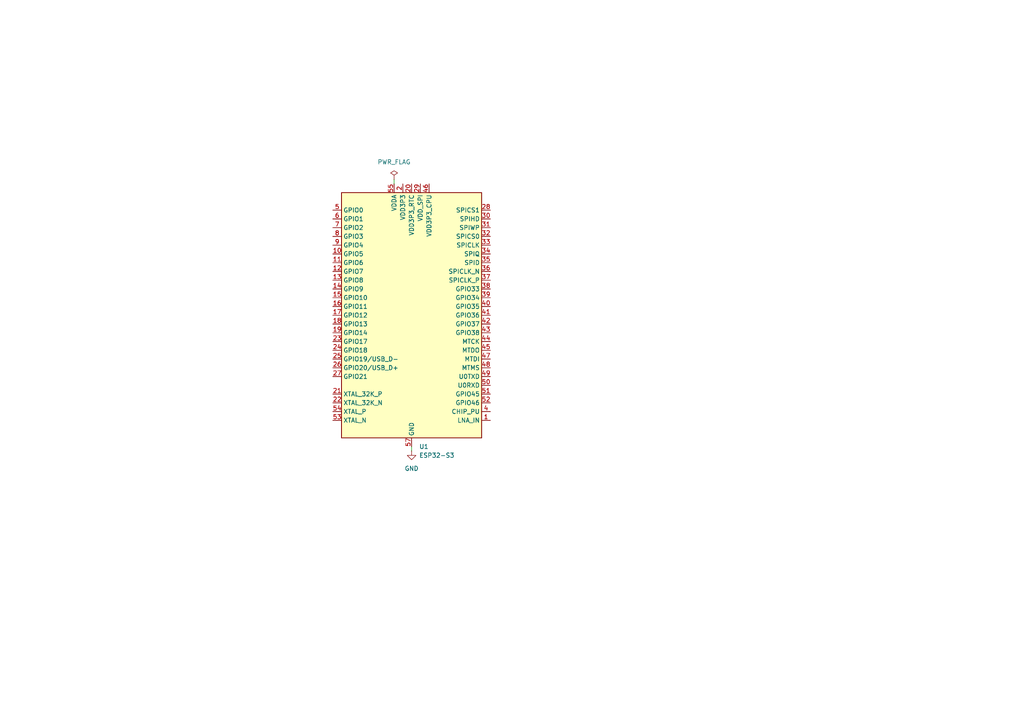
<source format=kicad_sch>
(kicad_sch (version 20231120) (generator "eeschema") (generator_version "8.0")
  (paper "A4")
  (lib_symbols
    (symbol "MCU_Espressif:ESP32-S3"
      (property "Reference" "U" (at 10.16 -38.1 0))
      (property "Value" "ESP32-S3" (at 13.97 -40.64 0))
      (symbol "ESP32-S3_0_1"
        (rectangle (start -20.32 35.56) (end 20.32 -35.56) (stroke (width 0.254)) (fill (type background)))
      )
      (symbol "ESP32-S3_1_0"
        (pin bidirectional line (at 22.86 12.7 180) (length 2.54) (name "SPICLK_N") (number "36"))
        (pin bidirectional line (at 22.86 -10.16 180) (length 2.54) (name "MTDO") (number "45"))
        (pin bidirectional line (at 22.86 -22.86 180) (length 2.54) (name "GPIO45") (number "51"))
        (pin passive line (at -5.08 38.1 270) (length 2.54) hide (name "VDDA") (number "56"))
      )
      (symbol "ESP32-S3_1_1"
        (pin bidirectional line (at 22.86 -30.48 180) (length 2.54) (name "LNA_IN") (number "1"))
        (pin bidirectional line (at -22.86 17.78 0) (length 2.54) (name "GPIO5") (number "10"))
        (pin bidirectional line (at -22.86 15.24 0) (length 2.54) (name "GPIO6") (number "11"))
        (pin bidirectional line (at -22.86 12.7 0) (length 2.54) (name "GPIO7") (number "12"))
        (pin bidirectional line (at -22.86 10.16 0) (length 2.54) (name "GPIO8") (number "13"))
        (pin bidirectional line (at -22.86 7.62 0) (length 2.54) (name "GPIO9") (number "14"))
        (pin bidirectional line (at -22.86 5.08 0) (length 2.54) (name "GPIO10") (number "15"))
        (pin bidirectional line (at -22.86 2.54 0) (length 2.54) (name "GPIO11") (number "16"))
        (pin bidirectional line (at -22.86 0 0) (length 2.54) (name "GPIO12") (number "17"))
        (pin bidirectional line (at -22.86 -2.54 0) (length 2.54) (name "GPIO13") (number "18"))
        (pin bidirectional line (at -22.86 -5.08 0) (length 2.54) (name "GPIO14") (number "19"))
        (pin power_in line (at -2.54 38.1 270) (length 2.54) (name "VDD3P3") (number "2"))
        (pin power_in line (at 0 38.1 270) (length 2.54) (name "VDD3P3_RTC") (number "20"))
        (pin passive line (at -22.86 -22.86 0) (length 2.54) (name "XTAL_32K_P") (number "21"))
        (pin passive line (at -22.86 -25.4 0) (length 2.54) (name "XTAL_32K_N") (number "22"))
        (pin bidirectional line (at -22.86 -7.62 0) (length 2.54) (name "GPIO17") (number "23"))
        (pin bidirectional line (at -22.86 -10.16 0) (length 2.54) (name "GPIO18") (number "24"))
        (pin bidirectional line (at -22.86 -12.7 0) (length 2.54) (name "GPIO19/USB_D-") (number "25"))
        (pin bidirectional line (at -22.86 -15.24 0) (length 2.54) (name "GPIO20/USB_D+") (number "26"))
        (pin bidirectional line (at -22.86 -17.78 0) (length 2.54) (name "GPIO21") (number "27"))
        (pin bidirectional line (at 22.86 30.48 180) (length 2.54) (name "SPICS1") (number "28"))
        (pin power_in line (at 2.54 38.1 270) (length 2.54) (name "VDD_SPI") (number "29"))
        (pin passive line (at -2.54 38.1 270) (length 2.54) hide (name "VDD3P3") (number "3"))
        (pin bidirectional line (at 22.86 27.94 180) (length 2.54) (name "SPIHD") (number "30"))
        (pin bidirectional line (at 22.86 25.4 180) (length 2.54) (name "SPIWP") (number "31"))
        (pin bidirectional line (at 22.86 22.86 180) (length 2.54) (name "SPICS0") (number "32"))
        (pin bidirectional line (at 22.86 20.32 180) (length 2.54) (name "SPICLK") (number "33"))
        (pin bidirectional line (at 22.86 17.78 180) (length 2.54) (name "SPIQ") (number "34"))
        (pin bidirectional line (at 22.86 15.24 180) (length 2.54) (name "SPID") (number "35"))
        (pin bidirectional line (at 22.86 10.16 180) (length 2.54) (name "SPICLK_P") (number "37"))
        (pin bidirectional line (at 22.86 7.62 180) (length 2.54) (name "GPIO33") (number "38"))
        (pin bidirectional line (at 22.86 5.08 180) (length 2.54) (name "GPIO34") (number "39"))
        (pin input line (at 22.86 -27.94 180) (length 2.54) (name "CHIP_PU") (number "4"))
        (pin bidirectional line (at 22.86 2.54 180) (length 2.54) (name "GPIO35") (number "40"))
        (pin bidirectional line (at 22.86 0 180) (length 2.54) (name "GPIO36") (number "41"))
        (pin bidirectional line (at 22.86 -2.54 180) (length 2.54) (name "GPIO37") (number "42"))
        (pin bidirectional line (at 22.86 -5.08 180) (length 2.54) (name "GPIO38") (number "43"))
        (pin bidirectional line (at 22.86 -7.62 180) (length 2.54) (name "MTCK") (number "44"))
        (pin power_in line (at 5.08 38.1 270) (length 2.54) (name "VDD3P3_CPU") (number "46"))
        (pin bidirectional line (at 22.86 -12.7 180) (length 2.54) (name "MTDI") (number "47"))
        (pin bidirectional line (at 22.86 -15.24 180) (length 2.54) (name "MTMS") (number "48"))
        (pin bidirectional line (at 22.86 -17.78 180) (length 2.54) (name "U0TXD") (number "49"))
        (pin bidirectional line (at -22.86 30.48 0) (length 2.54) (name "GPIO0") (number "5"))
        (pin bidirectional line (at 22.86 -20.32 180) (length 2.54) (name "U0RXD") (number "50"))
        (pin bidirectional line (at 22.86 -25.4 180) (length 2.54) (name "GPIO46") (number "52"))
        (pin output line (at -22.86 -30.48 0) (length 2.54) (name "XTAL_N") (number "53"))
        (pin input line (at -22.86 -27.94 0) (length 2.54) (name "XTAL_P") (number "54"))
        (pin power_in line (at -5.08 38.1 270) (length 2.54) (name "VDDA") (number "55"))
        (pin power_in line (at 0 -38.1 90) (length 2.54) (name "GND") (number "57"))
        (pin bidirectional line (at -22.86 27.94 0) (length 2.54) (name "GPIO1") (number "6"))
        (pin bidirectional line (at -22.86 25.4 0) (length 2.54) (name "GPIO2") (number "7"))
        (pin bidirectional line (at -22.86 22.86 0) (length 2.54) (name "GPIO3") (number "8"))
        (pin bidirectional line (at -22.86 20.32 0) (length 2.54) (name "GPIO4") (number "9"))
      )
    )
    (symbol "power:GND" (power) (pin_numbers hide) (pin_names (offset 0) hide)
      (property "Value" "GND" (at 0 -3.81 0))
      (symbol "GND_0_1"
        (polyline (pts (xy 0 0) (xy 0 -1.27) (xy 1.27 -1.27) (xy 0 -2.54) (xy -1.27 -1.27) (xy 0 -1.27)))
      )
      (symbol "GND_1_1"
        (pin power_in line (at 0 0 270) (length 0) (name "~") (number "1"))
      )
    )
    (symbol "power:PWR_FLAG" (power) (pin_numbers hide) (pin_names (offset 0) hide)
      (property "Value" "PWR_FLAG" (at 0 3.81 0))
      (symbol "PWR_FLAG_0_0"
        (pin power_out line (at 0 0 90) (length 0) (name "~") (number "1"))
      )
      (symbol "PWR_FLAG_0_1"
        (polyline (pts (xy 0 0) (xy 0 1.27) (xy -1.016 1.905) (xy 0 2.54) (xy 1.016 1.905) (xy 0 1.27)))
      )
    )
  )
  (wire (pts (xy 119.38 129.54) (xy 119.38 130.81)))
  (wire (pts (xy 114.3 52.07) (xy 114.3 53.34)))
  (symbol (lib_id "MCU_Espressif:ESP32-S3") (at 119.38 91.44 0) (unit 1)
    (property "Reference" "U1" (at 121.5741 129.54 0) (effects (justify left)))
    (property "Value" "ESP32-S3" (at 121.5741 132.08 0) (effects (justify left)))
    (property "Footprint" "Package_DFN_QFN:QFN-56-1EP_7x7mm_P0.4mm_EP4x4mm" (effects (hide yes)))
    (property "Datasheet" "https://www.espressif.com/sites/default/files/documentation/esp32-s3_datasheet_en.pdf" (effects (hide yes)))
    (property "Description" "Microcontroller, Wi-Fi 802.11b/g/n, Bluetooth, 32bit" (effects (hide yes)))
  )
  (symbol (lib_id "power:PWR_FLAG") (at 114.3 52.07 0) (unit 1)
    (property "Reference" "#FLG02" (effects (hide yes)))
    (property "Value" "PWR_FLAG" (at 114.3 46.99 0))
    (property "Description" "Special symbol for telling ERC where power comes from" (effects (hide yes)))
  )
  (symbol (lib_id "power:GND") (at 119.38 130.81 0) (unit 1)
    (property "Reference" "#PWR02" (effects (hide yes)))
    (property "Value" "GND" (at 119.38 135.89 0))
    (property "Description" "Power symbol creates a global label with name \"GND\" , ground" (effects (hide yes)))
  )
)
</source>
